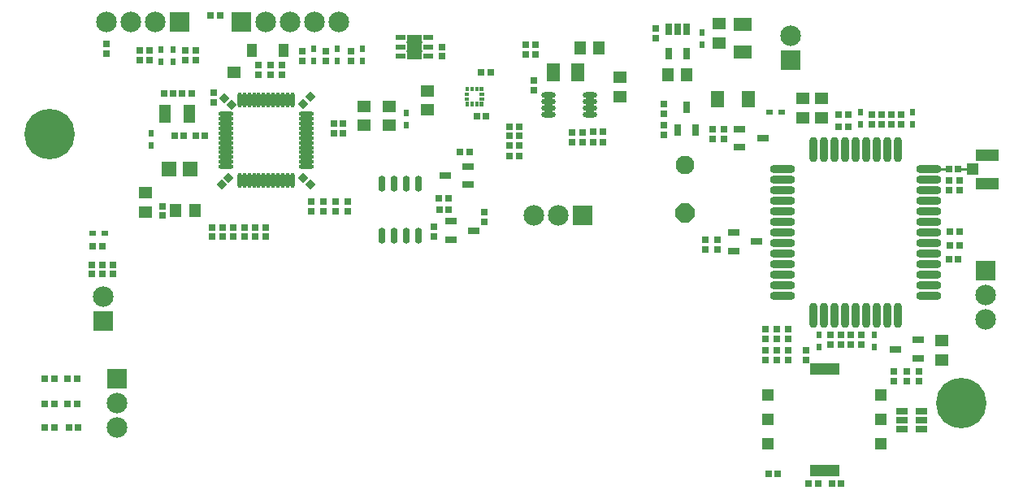
<source format=gts>
G04*
G04 #@! TF.GenerationSoftware,Altium Limited,Altium Designer,19.1.9 (167)*
G04*
G04 Layer_Color=7477623*
%FSLAX44Y44*%
%MOMM*%
G71*
G01*
G75*
%ADD19R,0.7500X0.7500*%
%ADD20R,0.7500X0.7500*%
%ADD21R,0.5500X0.6500*%
%ADD22O,1.5500X0.4500*%
G04:AMPARAMS|DCode=23|XSize=1.7mm|YSize=0.75mm|CornerRadius=0.375mm|HoleSize=0mm|Usage=FLASHONLY|Rotation=270.000|XOffset=0mm|YOffset=0mm|HoleType=Round|Shape=RoundedRectangle|*
%AMROUNDEDRECTD23*
21,1,1.7000,0.0000,0,0,270.0*
21,1,0.9500,0.7500,0,0,270.0*
1,1,0.7500,0.0000,-0.4750*
1,1,0.7500,0.0000,0.4750*
1,1,0.7500,0.0000,0.4750*
1,1,0.7500,0.0000,-0.4750*
%
%ADD23ROUNDEDRECTD23*%
%ADD24R,1.4000X1.1500*%
%ADD25R,0.6500X0.5500*%
%ADD26R,1.2500X0.7500*%
%ADD27R,0.6500X1.1500*%
%ADD28R,1.1500X1.4000*%
%ADD29R,1.0600X1.3700*%
%ADD30R,1.5500X1.5500*%
%ADD31R,1.2500X1.9500*%
%ADD32P,1.0607X4X90.0*%
%ADD33P,1.0607X4X360.0*%
%ADD34O,0.4500X1.5500*%
%ADD35R,1.6500X2.5500*%
%ADD36R,1.0000X0.6000*%
%ADD37O,2.6500X0.8500*%
%ADD38O,0.8500X2.6500*%
%ADD39R,1.1500X0.7000*%
%ADD40R,1.2500X1.1500*%
%ADD41R,3.1500X1.1500*%
%ADD42R,1.3500X1.9000*%
%ADD43R,0.7500X1.2500*%
%ADD44O,1.5000X0.6000*%
%ADD45R,1.2000X1.1500*%
%ADD46R,2.3500X1.2000*%
%ADD47R,1.3500X1.7500*%
%ADD48R,1.9500X1.4500*%
%ADD49C,0.2950*%
%ADD50P,2.1107X8X112.5*%
%ADD51C,1.9500*%
%ADD52C,2.1500*%
%ADD53R,2.1500X2.1500*%
%ADD54R,2.1500X2.1500*%
%ADD55C,5.2500*%
%ADD56C,0.6500*%
G36*
X482250Y368500D02*
Y364500D01*
X477750D01*
Y368500D01*
X482250D01*
D02*
G37*
G36*
Y363500D02*
Y359000D01*
X478250D01*
Y363500D01*
X482250D01*
D02*
G37*
G36*
X487250D02*
Y359000D01*
X483250D01*
Y363500D01*
X487250D01*
D02*
G37*
G36*
X482250Y373500D02*
Y369500D01*
X477750D01*
Y373500D01*
X482250D01*
D02*
G37*
G36*
Y379000D02*
Y374500D01*
X478250D01*
Y379000D01*
X482250D01*
D02*
G37*
G36*
X487250D02*
Y374500D01*
X483250D01*
Y379000D01*
X487250D01*
D02*
G37*
G36*
X492250Y363500D02*
Y359000D01*
X488250D01*
Y363500D01*
X492250D01*
D02*
G37*
G36*
X497250D02*
Y359000D01*
X493250D01*
Y363500D01*
X497250D01*
D02*
G37*
G36*
X497750Y368500D02*
Y364500D01*
X493250D01*
Y368500D01*
X497750D01*
D02*
G37*
G36*
X492250Y379000D02*
Y374500D01*
X488250D01*
Y379000D01*
X492250D01*
D02*
G37*
G36*
X497250D02*
Y374500D01*
X493250D01*
Y379000D01*
X497250D01*
D02*
G37*
G36*
X497750Y373500D02*
Y369500D01*
X493250D01*
Y373500D01*
X497750D01*
D02*
G37*
D19*
X992000Y200000D02*
D03*
X982000D02*
D03*
X983000Y214000D02*
D03*
X993000D02*
D03*
X983000Y228000D02*
D03*
X993000D02*
D03*
X524000Y307000D02*
D03*
X534000D02*
D03*
X451000Y251000D02*
D03*
X461000D02*
D03*
X534000Y318000D02*
D03*
X524000D02*
D03*
X495000Y394000D02*
D03*
X505000D02*
D03*
X490000Y349000D02*
D03*
X500000D02*
D03*
X75000Y24000D02*
D03*
X65000D02*
D03*
X40000D02*
D03*
X50000D02*
D03*
X64000Y49000D02*
D03*
X74000D02*
D03*
X40000D02*
D03*
X50000D02*
D03*
X40000Y75000D02*
D03*
X50000D02*
D03*
X74000D02*
D03*
X64000D02*
D03*
X90000Y213000D02*
D03*
X100000D02*
D03*
X223000Y454000D02*
D03*
X213000D02*
D03*
X450500Y263500D02*
D03*
X460500D02*
D03*
X483000Y311000D02*
D03*
X473000D02*
D03*
X551000Y423000D02*
D03*
X541000D02*
D03*
Y413000D02*
D03*
X551000D02*
D03*
X351000Y341000D02*
D03*
X341000D02*
D03*
X351000Y331000D02*
D03*
X341000D02*
D03*
X197000Y328000D02*
D03*
X207000D02*
D03*
X185000D02*
D03*
X175000D02*
D03*
X164000Y372000D02*
D03*
X174000D02*
D03*
X193000D02*
D03*
X183000D02*
D03*
X836000Y-34000D02*
D03*
X846000D02*
D03*
X870000D02*
D03*
X860000D02*
D03*
X804000Y-24000D02*
D03*
X794000D02*
D03*
X611500Y332500D02*
D03*
X621500D02*
D03*
X621500Y321500D02*
D03*
X611500D02*
D03*
X877500Y350000D02*
D03*
X867500D02*
D03*
X877500Y337500D02*
D03*
X867500D02*
D03*
X992000Y293500D02*
D03*
X982000D02*
D03*
D20*
X728000Y220000D02*
D03*
Y210000D02*
D03*
X685000Y339000D02*
D03*
Y329000D02*
D03*
X932000Y350000D02*
D03*
Y340000D02*
D03*
X902000Y350000D02*
D03*
Y340000D02*
D03*
X922000Y350000D02*
D03*
Y340000D02*
D03*
X891000Y111000D02*
D03*
Y121000D02*
D03*
X859000Y111000D02*
D03*
Y121000D02*
D03*
X355500Y249931D02*
D03*
Y259931D02*
D03*
X343000Y249931D02*
D03*
Y259931D02*
D03*
X330500Y249931D02*
D03*
Y259931D02*
D03*
X318000Y249931D02*
D03*
Y259931D02*
D03*
X248000Y223000D02*
D03*
Y233000D02*
D03*
X214000Y223000D02*
D03*
Y233000D02*
D03*
X236000Y223000D02*
D03*
Y233000D02*
D03*
X225000Y223000D02*
D03*
Y233000D02*
D03*
X912000Y340000D02*
D03*
Y350000D02*
D03*
X104000Y414000D02*
D03*
Y424000D02*
D03*
X524000Y338000D02*
D03*
Y328000D02*
D03*
X89000Y194000D02*
D03*
Y184000D02*
D03*
X100000Y184000D02*
D03*
Y194000D02*
D03*
X111000Y184000D02*
D03*
Y194000D02*
D03*
X870000Y111000D02*
D03*
Y121000D02*
D03*
X880000Y111000D02*
D03*
Y121000D02*
D03*
X498000Y238500D02*
D03*
Y248500D02*
D03*
X445500Y223500D02*
D03*
Y233500D02*
D03*
X259000Y233000D02*
D03*
Y223000D02*
D03*
X270000Y223000D02*
D03*
Y233000D02*
D03*
X549500Y385500D02*
D03*
Y375500D02*
D03*
X263000Y392000D02*
D03*
Y402000D02*
D03*
X162500Y255000D02*
D03*
Y245000D02*
D03*
X139000Y417000D02*
D03*
Y407000D02*
D03*
X149000D02*
D03*
Y417000D02*
D03*
X186000Y407000D02*
D03*
Y417000D02*
D03*
X197000D02*
D03*
Y407000D02*
D03*
X359000Y416000D02*
D03*
Y406000D02*
D03*
X333000Y416000D02*
D03*
Y406000D02*
D03*
X308000Y416000D02*
D03*
Y406000D02*
D03*
X216000Y363000D02*
D03*
Y373000D02*
D03*
X741000Y210000D02*
D03*
Y220000D02*
D03*
X833000Y95000D02*
D03*
Y105000D02*
D03*
X791000Y95000D02*
D03*
Y105000D02*
D03*
X803000Y95000D02*
D03*
Y105000D02*
D03*
X815000Y95000D02*
D03*
Y105000D02*
D03*
X287000Y392000D02*
D03*
Y402000D02*
D03*
X815000Y127000D02*
D03*
Y117000D02*
D03*
X803000Y127000D02*
D03*
Y117000D02*
D03*
X275000Y392000D02*
D03*
Y402000D02*
D03*
X454000Y421000D02*
D03*
Y411000D02*
D03*
X791000Y127000D02*
D03*
Y117000D02*
D03*
X951000Y83000D02*
D03*
Y73000D02*
D03*
X938000D02*
D03*
Y83000D02*
D03*
X925000Y73000D02*
D03*
Y83000D02*
D03*
X589500Y321500D02*
D03*
Y331500D02*
D03*
X534000Y328000D02*
D03*
Y338000D02*
D03*
X600500Y331500D02*
D03*
Y321500D02*
D03*
X685000Y361000D02*
D03*
Y351000D02*
D03*
X736000Y325000D02*
D03*
Y335000D02*
D03*
X748000Y325000D02*
D03*
Y335000D02*
D03*
X982000Y271500D02*
D03*
Y281500D02*
D03*
X993000Y271500D02*
D03*
Y281500D02*
D03*
X677000Y430000D02*
D03*
Y440000D02*
D03*
D21*
X944000Y353000D02*
D03*
Y340000D02*
D03*
X890000Y353000D02*
D03*
Y340000D02*
D03*
X847000Y108000D02*
D03*
Y121000D02*
D03*
X904000Y108000D02*
D03*
Y121000D02*
D03*
X151000Y331000D02*
D03*
Y318000D02*
D03*
X417000Y352000D02*
D03*
Y339000D02*
D03*
X161000Y418000D02*
D03*
Y405000D02*
D03*
X174000Y418000D02*
D03*
Y405000D02*
D03*
X371000Y419000D02*
D03*
Y406000D02*
D03*
X345000Y419000D02*
D03*
Y406000D02*
D03*
X320000Y419000D02*
D03*
Y406000D02*
D03*
X725000Y423000D02*
D03*
Y436000D02*
D03*
D22*
X312500Y316000D02*
D03*
Y351000D02*
D03*
Y346000D02*
D03*
Y341000D02*
D03*
Y336000D02*
D03*
Y331000D02*
D03*
Y326000D02*
D03*
Y321000D02*
D03*
Y311000D02*
D03*
Y306000D02*
D03*
Y301000D02*
D03*
Y296000D02*
D03*
X228500D02*
D03*
Y301000D02*
D03*
Y306000D02*
D03*
Y311000D02*
D03*
Y316000D02*
D03*
Y321000D02*
D03*
Y326000D02*
D03*
Y331000D02*
D03*
Y336000D02*
D03*
Y341000D02*
D03*
Y346000D02*
D03*
Y351000D02*
D03*
D23*
X429550Y278000D02*
D03*
X416850D02*
D03*
X404150D02*
D03*
X391450D02*
D03*
Y224000D02*
D03*
X404150D02*
D03*
X416850D02*
D03*
X429550D02*
D03*
D24*
X439000Y355000D02*
D03*
Y375000D02*
D03*
X145000Y269000D02*
D03*
Y249000D02*
D03*
X399000Y359000D02*
D03*
Y339000D02*
D03*
X373000Y359000D02*
D03*
Y339000D02*
D03*
X975000Y115000D02*
D03*
Y95000D02*
D03*
X849000Y347000D02*
D03*
Y367000D02*
D03*
X830000Y347000D02*
D03*
Y367000D02*
D03*
X639000Y369000D02*
D03*
Y389000D02*
D03*
X743000Y445000D02*
D03*
Y425000D02*
D03*
D25*
X90000Y227000D02*
D03*
X103000D02*
D03*
X795000Y353000D02*
D03*
X808000D02*
D03*
D26*
X463000Y239000D02*
D03*
Y220000D02*
D03*
X487000Y229500D02*
D03*
X481000Y277500D02*
D03*
Y296500D02*
D03*
X457000Y287000D02*
D03*
X758000Y227500D02*
D03*
Y208500D02*
D03*
X782000Y218000D02*
D03*
X950000Y96500D02*
D03*
Y115500D02*
D03*
X926000Y106000D02*
D03*
X764000Y335500D02*
D03*
Y316500D02*
D03*
X788000Y326000D02*
D03*
D27*
X234000Y394000D02*
D03*
X241000D02*
D03*
D28*
X196500Y250000D02*
D03*
X176500D02*
D03*
X617500Y420000D02*
D03*
X597500D02*
D03*
X709000Y392000D02*
D03*
X689000D02*
D03*
D29*
X256250Y417000D02*
D03*
X289000D02*
D03*
D30*
X169500Y294000D02*
D03*
X191500D02*
D03*
D31*
X165498Y350998D02*
D03*
X190499D02*
D03*
D32*
X234536Y360465D02*
D03*
X227465Y367536D02*
D03*
X309464Y284536D02*
D03*
X316536Y277464D02*
D03*
D33*
X309464Y361465D02*
D03*
X316536Y368536D02*
D03*
X231535Y284536D02*
D03*
X224464Y277464D02*
D03*
D34*
X243000Y365500D02*
D03*
X248000D02*
D03*
X253000D02*
D03*
X258000D02*
D03*
X263000D02*
D03*
X268000D02*
D03*
X273000D02*
D03*
X278000D02*
D03*
X283000D02*
D03*
X288000D02*
D03*
X293000D02*
D03*
X298000D02*
D03*
Y281500D02*
D03*
X293000D02*
D03*
X288000D02*
D03*
X283000D02*
D03*
X278000D02*
D03*
X273000D02*
D03*
X268000D02*
D03*
X263000D02*
D03*
X258000D02*
D03*
X253000D02*
D03*
X248000D02*
D03*
X243000D02*
D03*
D35*
X425000Y421000D02*
D03*
D36*
X439500Y411000D02*
D03*
Y421000D02*
D03*
Y431000D02*
D03*
X410500Y411000D02*
D03*
Y421000D02*
D03*
Y431000D02*
D03*
D37*
X961500Y161500D02*
D03*
Y172500D02*
D03*
Y183500D02*
D03*
Y194500D02*
D03*
Y205500D02*
D03*
Y216500D02*
D03*
Y227500D02*
D03*
Y238500D02*
D03*
Y249500D02*
D03*
Y260500D02*
D03*
Y271500D02*
D03*
Y282500D02*
D03*
Y293500D02*
D03*
X808500D02*
D03*
Y282500D02*
D03*
Y271500D02*
D03*
Y260500D02*
D03*
Y249500D02*
D03*
Y238500D02*
D03*
Y227500D02*
D03*
Y216500D02*
D03*
Y205500D02*
D03*
Y194500D02*
D03*
Y183500D02*
D03*
Y172500D02*
D03*
Y161500D02*
D03*
D38*
X929000Y313500D02*
D03*
X918000D02*
D03*
X907000D02*
D03*
X896000D02*
D03*
X885000D02*
D03*
X874000D02*
D03*
X863000D02*
D03*
X852000D02*
D03*
X841000D02*
D03*
Y141500D02*
D03*
X852000D02*
D03*
X863000D02*
D03*
X874000D02*
D03*
X885000D02*
D03*
X896000D02*
D03*
X907000D02*
D03*
X918000D02*
D03*
X929000D02*
D03*
D39*
X953500Y22500D02*
D03*
Y32000D02*
D03*
Y41500D02*
D03*
X933000D02*
D03*
Y32000D02*
D03*
Y22500D02*
D03*
D40*
X911500Y57900D02*
D03*
Y32500D02*
D03*
Y7100D02*
D03*
X793500Y57900D02*
D03*
Y32500D02*
D03*
Y7100D02*
D03*
D41*
X852500Y85500D02*
D03*
Y-20500D02*
D03*
D42*
X595750Y394000D02*
D03*
X570250D02*
D03*
D43*
X699500Y334000D02*
D03*
X718500D02*
D03*
X709000Y358000D02*
D03*
Y439500D02*
D03*
X699500D02*
D03*
X690000D02*
D03*
Y413500D02*
D03*
X709000D02*
D03*
D44*
X564750Y370250D02*
D03*
Y363750D02*
D03*
Y357250D02*
D03*
Y350750D02*
D03*
X608250Y370250D02*
D03*
Y363750D02*
D03*
Y357250D02*
D03*
Y350750D02*
D03*
D45*
X1006750Y293500D02*
D03*
D46*
X1022000Y308250D02*
D03*
Y278750D02*
D03*
D47*
X773000Y366000D02*
D03*
X741000D02*
D03*
D48*
X767500Y415500D02*
D03*
Y444500D02*
D03*
D49*
X961500Y293500D02*
X982000D01*
X992000D02*
X1007750D01*
D50*
X707500Y247500D02*
D03*
D51*
Y297500D02*
D03*
D52*
X549600Y245000D02*
D03*
X575000D02*
D03*
X1020000Y137100D02*
D03*
Y162500D02*
D03*
X103900Y447000D02*
D03*
X154700D02*
D03*
X129300D02*
D03*
X346800D02*
D03*
X321400D02*
D03*
X270600D02*
D03*
X296000D02*
D03*
X101000Y160700D02*
D03*
X115000Y50000D02*
D03*
Y24600D02*
D03*
X817500Y432700D02*
D03*
D53*
X600400Y245000D02*
D03*
X180100Y447000D02*
D03*
X245200D02*
D03*
D54*
X1020000Y187900D02*
D03*
X101000Y135300D02*
D03*
X115000Y75400D02*
D03*
X817500Y407300D02*
D03*
D55*
X995000Y50000D02*
D03*
X45000Y330000D02*
D03*
D56*
X430000Y416000D02*
D03*
X420000D02*
D03*
X430000Y426000D02*
D03*
X420000D02*
D03*
M02*

</source>
